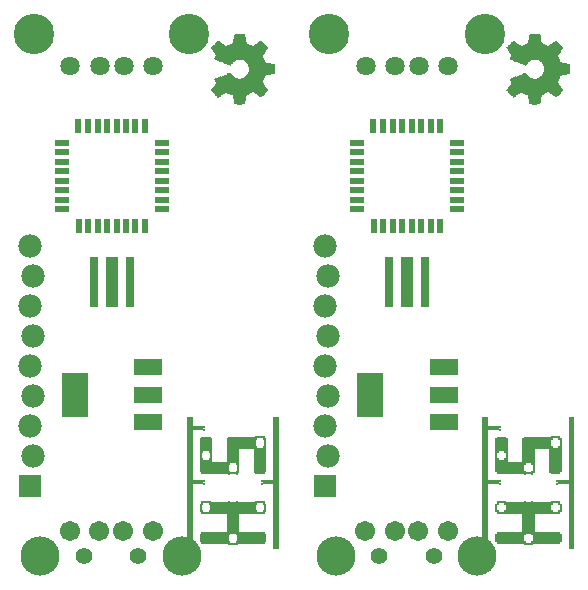
<source format=gts>
G75*
%MOIN*%
%OFA0B0*%
%FSLAX25Y25*%
%IPPOS*%
%LPD*%
%AMOC8*
5,1,8,0,0,1.08239X$1,22.5*
%
%ADD10R,0.09200X0.05200*%
%ADD11R,0.09061X0.14573*%
%ADD12R,0.07800X0.07800*%
%ADD13C,0.07800*%
%ADD14R,0.02369X0.05124*%
%ADD15R,0.05124X0.02369*%
%ADD16C,0.06422*%
%ADD17C,0.13455*%
%ADD18C,0.06737*%
%ADD19C,0.13061*%
%ADD20C,0.05518*%
%ADD21R,0.03156X0.16542*%
%ADD22R,0.04337X0.16542*%
%ADD23R,0.00600X0.44400*%
%ADD24R,0.00600X0.01800*%
%ADD25R,0.00600X0.11400*%
%ADD26R,0.00600X0.03000*%
%ADD27R,0.00600X0.05400*%
%ADD28R,0.00600X0.01200*%
%ADD29R,0.00600X0.04200*%
%ADD30R,0.00600X0.00600*%
%ADD31R,0.00600X0.04800*%
%ADD32R,0.00600X0.12000*%
%ADD33R,0.00600X0.14400*%
%ADD34R,0.00600X0.09600*%
%ADD35R,0.00600X0.09000*%
%ADD36R,0.00600X0.10800*%
%ADD37R,0.00039X0.00197*%
%ADD38R,0.00039X0.00315*%
%ADD39R,0.00039X0.00394*%
%ADD40R,0.00039X0.00512*%
%ADD41R,0.00039X0.00591*%
%ADD42R,0.00039X0.00709*%
%ADD43R,0.00039X0.00787*%
%ADD44R,0.00039X0.00866*%
%ADD45R,0.00039X0.00984*%
%ADD46R,0.00039X0.01063*%
%ADD47R,0.00039X0.01181*%
%ADD48R,0.00039X0.01260*%
%ADD49R,0.00039X0.01378*%
%ADD50R,0.00039X0.01457*%
%ADD51R,0.00039X0.01575*%
%ADD52R,0.00039X0.01654*%
%ADD53R,0.00039X0.01772*%
%ADD54R,0.00039X0.01850*%
%ADD55R,0.00039X0.01929*%
%ADD56R,0.00039X0.02047*%
%ADD57R,0.00039X0.02126*%
%ADD58R,0.00039X0.02244*%
%ADD59R,0.00039X0.02323*%
%ADD60R,0.00039X0.02441*%
%ADD61R,0.00039X0.02520*%
%ADD62R,0.00039X0.02638*%
%ADD63R,0.00039X0.02717*%
%ADD64R,0.00039X0.00079*%
%ADD65R,0.00039X0.02835*%
%ADD66R,0.00039X0.00236*%
%ADD67R,0.00039X0.02913*%
%ADD68R,0.00039X0.02992*%
%ADD69R,0.00039X0.03110*%
%ADD70R,0.00039X0.03189*%
%ADD71R,0.00039X0.03307*%
%ADD72R,0.00039X0.03386*%
%ADD73R,0.00039X0.03504*%
%ADD74R,0.00039X0.00906*%
%ADD75R,0.00039X0.03583*%
%ADD76R,0.00039X0.03701*%
%ADD77R,0.00039X0.01024*%
%ADD78R,0.00039X0.03780*%
%ADD79R,0.00039X0.01142*%
%ADD80R,0.00039X0.03898*%
%ADD81R,0.00039X0.01220*%
%ADD82R,0.00039X0.03976*%
%ADD83R,0.00039X0.01339*%
%ADD84R,0.00039X0.04094*%
%ADD85R,0.00039X0.05669*%
%ADD86R,0.00039X0.05748*%
%ADD87R,0.00039X0.05787*%
%ADD88R,0.00039X0.05866*%
%ADD89R,0.00039X0.05906*%
%ADD90R,0.00039X0.05984*%
%ADD91R,0.00039X0.06024*%
%ADD92R,0.00039X0.06063*%
%ADD93R,0.00039X0.06142*%
%ADD94R,0.00039X0.06181*%
%ADD95R,0.00039X0.06260*%
%ADD96R,0.00039X0.06299*%
%ADD97R,0.00039X0.06339*%
%ADD98R,0.00039X0.06417*%
%ADD99R,0.00039X0.06496*%
%ADD100R,0.00039X0.06457*%
%ADD101R,0.00039X0.06378*%
%ADD102R,0.00039X0.06220*%
%ADD103R,0.00039X0.06102*%
%ADD104R,0.00039X0.05945*%
%ADD105R,0.00039X0.06535*%
%ADD106R,0.00039X0.06575*%
%ADD107R,0.00039X0.06614*%
%ADD108R,0.00039X0.06693*%
%ADD109R,0.00039X0.06732*%
%ADD110R,0.00039X0.06772*%
%ADD111R,0.00039X0.06811*%
%ADD112R,0.00039X0.06850*%
%ADD113R,0.00039X0.06890*%
%ADD114R,0.00039X0.06929*%
%ADD115R,0.00039X0.06969*%
%ADD116R,0.00039X0.07008*%
%ADD117R,0.00039X0.06654*%
%ADD118R,0.00039X0.07126*%
%ADD119R,0.00039X0.07283*%
%ADD120R,0.00039X0.07480*%
%ADD121R,0.00039X0.07677*%
%ADD122R,0.00039X0.07835*%
%ADD123R,0.00039X0.08031*%
%ADD124R,0.00039X0.08228*%
%ADD125R,0.00039X0.08386*%
%ADD126R,0.00039X0.08583*%
%ADD127R,0.00039X0.08780*%
%ADD128R,0.00039X0.08740*%
%ADD129R,0.00039X0.08701*%
%ADD130R,0.00039X0.08661*%
%ADD131R,0.00039X0.08622*%
%ADD132R,0.00039X0.08543*%
%ADD133R,0.00039X0.08504*%
%ADD134R,0.00039X0.08465*%
%ADD135R,0.00039X0.08425*%
%ADD136R,0.00039X0.08819*%
%ADD137R,0.00039X0.08268*%
%ADD138R,0.00039X0.08071*%
%ADD139R,0.00039X0.07913*%
%ADD140R,0.00039X0.07717*%
%ADD141R,0.00039X0.07559*%
%ADD142R,0.00039X0.07323*%
%ADD143R,0.00039X0.07165*%
%ADD144R,0.00039X0.07087*%
%ADD145R,0.00039X0.07402*%
%ADD146R,0.00039X0.16260*%
%ADD147R,0.00039X0.16181*%
%ADD148R,0.00039X0.16102*%
%ADD149R,0.00039X0.16024*%
%ADD150R,0.00039X0.15945*%
%ADD151R,0.00039X0.15866*%
%ADD152R,0.00039X0.15787*%
%ADD153R,0.00039X0.15709*%
%ADD154R,0.00039X0.15630*%
%ADD155R,0.00039X0.15551*%
%ADD156R,0.00039X0.15472*%
%ADD157R,0.00039X0.15394*%
%ADD158R,0.00039X0.15315*%
%ADD159R,0.00039X0.15236*%
%ADD160R,0.00039X0.16339*%
%ADD161R,0.00039X0.16417*%
%ADD162R,0.00039X0.16496*%
%ADD163R,0.00039X0.16575*%
%ADD164R,0.00039X0.16654*%
%ADD165R,0.00039X0.16732*%
%ADD166R,0.00039X0.16811*%
%ADD167R,0.00039X0.16890*%
%ADD168R,0.00039X0.16969*%
%ADD169R,0.00039X0.17047*%
%ADD170R,0.00039X0.17126*%
%ADD171R,0.00039X0.17205*%
%ADD172R,0.00039X0.17283*%
%ADD173R,0.00039X0.17362*%
%ADD174R,0.00039X0.17441*%
%ADD175R,0.00039X0.17520*%
%ADD176R,0.00039X0.17598*%
%ADD177R,0.00039X0.17677*%
%ADD178R,0.00039X0.17756*%
%ADD179R,0.00039X0.17835*%
%ADD180R,0.00039X0.17913*%
%ADD181R,0.00039X0.17992*%
%ADD182R,0.00039X0.18071*%
%ADD183R,0.00039X0.18150*%
%ADD184R,0.00039X0.18228*%
%ADD185R,0.00039X0.18307*%
%ADD186R,0.00039X0.18386*%
%ADD187R,0.00039X0.18465*%
%ADD188R,0.00039X0.18543*%
%ADD189R,0.00039X0.18622*%
%ADD190R,0.00039X0.18701*%
%ADD191R,0.00039X0.04370*%
%ADD192R,0.00039X0.04291*%
%ADD193R,0.00039X0.04173*%
%ADD194R,0.00039X0.07992*%
%ADD195R,0.00039X0.07598*%
%ADD196R,0.00039X0.07441*%
%ADD197R,0.00039X0.07205*%
%ADD198R,0.00039X0.03622*%
%ADD199R,0.00039X0.07047*%
%ADD200R,0.00039X0.03425*%
%ADD201R,0.00039X0.03228*%
%ADD202R,0.00039X0.03031*%
%ADD203R,0.00039X0.05709*%
%ADD204R,0.00039X0.05512*%
%ADD205R,0.00039X0.05315*%
%ADD206R,0.00039X0.05157*%
%ADD207R,0.00039X0.02559*%
%ADD208R,0.00039X0.04921*%
%ADD209R,0.00039X0.04764*%
%ADD210R,0.00039X0.02362*%
%ADD211R,0.00039X0.04606*%
%ADD212R,0.00039X0.04528*%
%ADD213R,0.00039X0.02165*%
%ADD214R,0.00039X0.04449*%
%ADD215R,0.00039X0.04409*%
%ADD216R,0.00039X0.01969*%
%ADD217R,0.00039X0.01299*%
%ADD218R,0.00039X0.01102*%
%ADD219R,0.00039X0.04213*%
%ADD220R,0.00039X0.04134*%
%ADD221R,0.00039X0.04055*%
%ADD222R,0.00039X0.03819*%
%ADD223R,0.00039X0.03740*%
%ADD224R,0.00039X0.03661*%
%ADD225R,0.00039X0.03346*%
%ADD226R,0.00039X0.03268*%
D10*
X0053370Y0116316D03*
X0053370Y0125416D03*
X0053370Y0134516D03*
X0151795Y0134516D03*
X0151795Y0125416D03*
X0151795Y0116316D03*
D11*
X0127394Y0125416D03*
X0028969Y0125416D03*
D12*
X0013780Y0095022D03*
X0112206Y0095022D03*
D13*
X0113206Y0105022D03*
X0112206Y0115022D03*
X0113206Y0125022D03*
X0112206Y0135022D03*
X0113206Y0145022D03*
X0112206Y0155022D03*
X0113206Y0165022D03*
X0112233Y0175022D03*
X0014780Y0165022D03*
X0013808Y0175022D03*
X0013780Y0155022D03*
X0014780Y0145022D03*
X0013780Y0135022D03*
X0014780Y0125022D03*
X0013780Y0115022D03*
X0014780Y0105022D03*
D14*
X0030146Y0181518D03*
X0033296Y0181518D03*
X0036446Y0181518D03*
X0039595Y0181518D03*
X0042745Y0181518D03*
X0045894Y0181518D03*
X0049044Y0181518D03*
X0052194Y0181518D03*
X0052194Y0214983D03*
X0049044Y0214983D03*
X0045894Y0214983D03*
X0042745Y0214983D03*
X0039595Y0214983D03*
X0036446Y0214983D03*
X0033296Y0214983D03*
X0029950Y0214983D03*
X0128375Y0214983D03*
X0131721Y0214983D03*
X0134871Y0214983D03*
X0138020Y0214983D03*
X0141170Y0214983D03*
X0144320Y0214983D03*
X0147469Y0214983D03*
X0150619Y0214983D03*
X0150619Y0181518D03*
X0147469Y0181518D03*
X0144320Y0181518D03*
X0141170Y0181518D03*
X0138020Y0181518D03*
X0134871Y0181518D03*
X0131721Y0181518D03*
X0128572Y0181518D03*
D15*
X0122863Y0187227D03*
X0122863Y0190376D03*
X0122863Y0193526D03*
X0122863Y0196676D03*
X0122863Y0199825D03*
X0122863Y0202975D03*
X0122863Y0206124D03*
X0122863Y0209274D03*
X0156328Y0209274D03*
X0156328Y0206124D03*
X0156328Y0202975D03*
X0156328Y0199825D03*
X0156328Y0196676D03*
X0156328Y0193526D03*
X0156328Y0190376D03*
X0156328Y0187227D03*
X0057902Y0187227D03*
X0057902Y0190376D03*
X0057902Y0193526D03*
X0057902Y0196676D03*
X0057902Y0199825D03*
X0057902Y0202975D03*
X0057902Y0206124D03*
X0057902Y0209274D03*
X0024438Y0209274D03*
X0024438Y0206124D03*
X0024438Y0202975D03*
X0024438Y0199825D03*
X0024438Y0196676D03*
X0024438Y0193526D03*
X0024438Y0190376D03*
X0024438Y0187227D03*
D16*
X0027391Y0234825D03*
X0037233Y0234825D03*
X0045107Y0234825D03*
X0054950Y0234825D03*
X0125816Y0234825D03*
X0135658Y0234825D03*
X0143532Y0234825D03*
X0153375Y0234825D03*
D17*
X0165461Y0245494D03*
X0113729Y0245494D03*
X0067036Y0245494D03*
X0015304Y0245494D03*
D18*
X0027194Y0079865D03*
X0037036Y0079865D03*
X0044910Y0079865D03*
X0054753Y0079865D03*
X0125619Y0079865D03*
X0135461Y0079865D03*
X0143335Y0079865D03*
X0153178Y0079865D03*
D19*
X0017351Y0071479D03*
X0064595Y0071479D03*
X0115776Y0071479D03*
X0163020Y0071479D03*
D20*
X0148454Y0071479D03*
X0130343Y0071479D03*
X0050028Y0071479D03*
X0031918Y0071479D03*
D21*
X0035265Y0162817D03*
X0047076Y0162817D03*
X0133690Y0162817D03*
X0145501Y0162817D03*
D22*
X0139595Y0162817D03*
X0041170Y0162817D03*
D23*
X0066592Y0095810D03*
X0067192Y0095810D03*
X0067792Y0095810D03*
X0095392Y0095810D03*
X0095992Y0095810D03*
X0096592Y0095810D03*
X0165017Y0095810D03*
X0165617Y0095810D03*
X0166217Y0095810D03*
X0193817Y0095810D03*
X0194417Y0095810D03*
X0195017Y0095810D03*
D24*
X0193217Y0096110D03*
X0192617Y0096110D03*
X0192017Y0096110D03*
X0191417Y0096110D03*
X0190817Y0096110D03*
X0190217Y0096110D03*
X0169817Y0096110D03*
X0169217Y0096110D03*
X0168617Y0096110D03*
X0168017Y0096110D03*
X0167417Y0096110D03*
X0166817Y0096110D03*
X0166817Y0114110D03*
X0167417Y0114110D03*
X0168017Y0114110D03*
X0168617Y0114110D03*
X0169217Y0114110D03*
X0169817Y0114110D03*
X0094792Y0096110D03*
X0094192Y0096110D03*
X0093592Y0096110D03*
X0092992Y0096110D03*
X0092392Y0096110D03*
X0091792Y0096110D03*
X0071392Y0096110D03*
X0070792Y0096110D03*
X0070192Y0096110D03*
X0069592Y0096110D03*
X0068992Y0096110D03*
X0068392Y0096110D03*
X0068392Y0114110D03*
X0068992Y0114110D03*
X0069592Y0114110D03*
X0070192Y0114110D03*
X0070792Y0114110D03*
X0071392Y0114110D03*
D25*
X0070792Y0105110D03*
X0080392Y0084110D03*
X0082792Y0084110D03*
X0092392Y0105110D03*
X0169217Y0105110D03*
X0178817Y0084110D03*
X0181217Y0084110D03*
X0190817Y0105110D03*
D26*
X0190817Y0087710D03*
X0190817Y0077510D03*
X0169217Y0077510D03*
X0169217Y0087710D03*
X0092392Y0087710D03*
X0092392Y0077510D03*
X0070792Y0077510D03*
X0070792Y0087710D03*
D27*
X0071392Y0101510D03*
X0073792Y0101510D03*
X0073792Y0108710D03*
X0071392Y0108710D03*
X0169817Y0108710D03*
X0172217Y0108710D03*
X0172217Y0101510D03*
X0169817Y0101510D03*
D28*
X0169817Y0089210D03*
X0172217Y0089210D03*
X0172217Y0086210D03*
X0169817Y0086210D03*
X0178817Y0076010D03*
X0181217Y0076010D03*
X0187817Y0086210D03*
X0190217Y0086210D03*
X0190217Y0089210D03*
X0187817Y0089210D03*
X0181217Y0099410D03*
X0178817Y0099410D03*
X0187817Y0110810D03*
X0190217Y0110810D03*
X0091792Y0110810D03*
X0089392Y0110810D03*
X0082792Y0099410D03*
X0080392Y0099410D03*
X0073792Y0089210D03*
X0071392Y0089210D03*
X0071392Y0086210D03*
X0073792Y0086210D03*
X0080392Y0076010D03*
X0082792Y0076010D03*
X0089392Y0086210D03*
X0091792Y0086210D03*
X0091792Y0089210D03*
X0089392Y0089210D03*
D29*
X0088792Y0087710D03*
X0088192Y0087710D03*
X0087592Y0087710D03*
X0086992Y0087710D03*
X0086392Y0087710D03*
X0085792Y0087710D03*
X0085192Y0087710D03*
X0084592Y0087710D03*
X0083992Y0087710D03*
X0079192Y0087710D03*
X0078592Y0087710D03*
X0077992Y0087710D03*
X0077392Y0087710D03*
X0076792Y0087710D03*
X0076192Y0087710D03*
X0075592Y0087710D03*
X0074992Y0087710D03*
X0074392Y0087710D03*
X0074392Y0077510D03*
X0073792Y0077510D03*
X0073192Y0077510D03*
X0072592Y0077510D03*
X0071992Y0077510D03*
X0071392Y0077510D03*
X0074992Y0077510D03*
X0075592Y0077510D03*
X0076192Y0077510D03*
X0076792Y0077510D03*
X0077392Y0077510D03*
X0077992Y0077510D03*
X0078592Y0077510D03*
X0079192Y0077510D03*
X0083992Y0077510D03*
X0084592Y0077510D03*
X0085192Y0077510D03*
X0085792Y0077510D03*
X0086392Y0077510D03*
X0086992Y0077510D03*
X0087592Y0077510D03*
X0088192Y0077510D03*
X0088792Y0077510D03*
X0089392Y0077510D03*
X0089992Y0077510D03*
X0090592Y0077510D03*
X0091192Y0077510D03*
X0091792Y0077510D03*
X0079192Y0100910D03*
X0078592Y0100910D03*
X0077992Y0100910D03*
X0077392Y0100910D03*
X0076792Y0100910D03*
X0076192Y0100910D03*
X0075592Y0100910D03*
X0074992Y0100910D03*
X0083992Y0109310D03*
X0084592Y0109310D03*
X0085192Y0109310D03*
X0085792Y0109310D03*
X0086392Y0109310D03*
X0086992Y0109310D03*
X0087592Y0109310D03*
X0088192Y0109310D03*
X0169817Y0077510D03*
X0170417Y0077510D03*
X0171017Y0077510D03*
X0171617Y0077510D03*
X0172217Y0077510D03*
X0172817Y0077510D03*
X0173417Y0077510D03*
X0174017Y0077510D03*
X0174617Y0077510D03*
X0175217Y0077510D03*
X0175817Y0077510D03*
X0176417Y0077510D03*
X0177017Y0077510D03*
X0177617Y0077510D03*
X0182417Y0077510D03*
X0183017Y0077510D03*
X0183617Y0077510D03*
X0184217Y0077510D03*
X0184817Y0077510D03*
X0185417Y0077510D03*
X0186017Y0077510D03*
X0186617Y0077510D03*
X0187217Y0077510D03*
X0187817Y0077510D03*
X0188417Y0077510D03*
X0189017Y0077510D03*
X0189617Y0077510D03*
X0190217Y0077510D03*
X0187217Y0087710D03*
X0186617Y0087710D03*
X0186017Y0087710D03*
X0185417Y0087710D03*
X0184817Y0087710D03*
X0184217Y0087710D03*
X0183617Y0087710D03*
X0183017Y0087710D03*
X0182417Y0087710D03*
X0177617Y0087710D03*
X0177017Y0087710D03*
X0176417Y0087710D03*
X0175817Y0087710D03*
X0175217Y0087710D03*
X0174617Y0087710D03*
X0174017Y0087710D03*
X0173417Y0087710D03*
X0172817Y0087710D03*
X0173417Y0100910D03*
X0174017Y0100910D03*
X0174617Y0100910D03*
X0175217Y0100910D03*
X0175817Y0100910D03*
X0176417Y0100910D03*
X0177017Y0100910D03*
X0177617Y0100910D03*
X0182417Y0109310D03*
X0183017Y0109310D03*
X0183617Y0109310D03*
X0184217Y0109310D03*
X0184817Y0109310D03*
X0185417Y0109310D03*
X0186017Y0109310D03*
X0186617Y0109310D03*
D30*
X0188417Y0111110D03*
X0189017Y0111110D03*
X0189617Y0111110D03*
X0180617Y0099110D03*
X0180017Y0099110D03*
X0179417Y0099110D03*
X0170417Y0096710D03*
X0170417Y0095510D03*
X0170417Y0089510D03*
X0171017Y0089510D03*
X0171617Y0089510D03*
X0171617Y0085910D03*
X0171017Y0085910D03*
X0170417Y0085910D03*
X0179417Y0075710D03*
X0180017Y0075710D03*
X0180617Y0075710D03*
X0188417Y0085910D03*
X0189017Y0085910D03*
X0189617Y0085910D03*
X0189617Y0089510D03*
X0189017Y0089510D03*
X0188417Y0089510D03*
X0189617Y0095510D03*
X0189617Y0096710D03*
X0170417Y0113510D03*
X0170417Y0114710D03*
X0091192Y0111110D03*
X0090592Y0111110D03*
X0089992Y0111110D03*
X0082192Y0099110D03*
X0081592Y0099110D03*
X0080992Y0099110D03*
X0073192Y0089510D03*
X0072592Y0089510D03*
X0071992Y0089510D03*
X0071992Y0085910D03*
X0072592Y0085910D03*
X0073192Y0085910D03*
X0071992Y0095510D03*
X0071992Y0096710D03*
X0071992Y0113510D03*
X0071992Y0114710D03*
X0089992Y0089510D03*
X0090592Y0089510D03*
X0091192Y0089510D03*
X0091192Y0085910D03*
X0090592Y0085910D03*
X0089992Y0085910D03*
X0082192Y0075710D03*
X0081592Y0075710D03*
X0080992Y0075710D03*
X0091192Y0095510D03*
X0091192Y0096710D03*
D31*
X0073192Y0101210D03*
X0072592Y0101210D03*
X0071992Y0101210D03*
X0071992Y0109010D03*
X0072592Y0109010D03*
X0073192Y0109010D03*
X0170417Y0109010D03*
X0171017Y0109010D03*
X0171617Y0109010D03*
X0171617Y0101210D03*
X0171017Y0101210D03*
X0170417Y0101210D03*
D32*
X0172817Y0104810D03*
X0178217Y0104810D03*
X0181817Y0105410D03*
X0187217Y0105410D03*
X0088792Y0105410D03*
X0083392Y0105410D03*
X0079792Y0104810D03*
X0074392Y0104810D03*
D33*
X0079792Y0082610D03*
X0083392Y0082610D03*
X0178217Y0082610D03*
X0181817Y0082610D03*
D34*
X0187817Y0103610D03*
X0190217Y0103610D03*
X0181217Y0106610D03*
X0178817Y0106610D03*
X0091792Y0103610D03*
X0089392Y0103610D03*
X0082792Y0106610D03*
X0080392Y0106610D03*
D35*
X0080992Y0106910D03*
X0081592Y0106910D03*
X0082192Y0106910D03*
X0089992Y0103310D03*
X0090592Y0103310D03*
X0091192Y0103310D03*
X0179417Y0106910D03*
X0180017Y0106910D03*
X0180617Y0106910D03*
X0188417Y0103310D03*
X0189017Y0103310D03*
X0189617Y0103310D03*
D36*
X0180617Y0084410D03*
X0180017Y0084410D03*
X0179417Y0084410D03*
X0082192Y0084410D03*
X0081592Y0084410D03*
X0080992Y0084410D03*
D37*
X0074635Y0226754D03*
X0074635Y0240928D03*
X0173060Y0240928D03*
X0173060Y0226754D03*
D38*
X0173099Y0226774D03*
X0174162Y0230357D03*
X0174162Y0237325D03*
X0173099Y0240908D03*
X0191643Y0240908D03*
X0191643Y0226774D03*
X0093217Y0226774D03*
X0093217Y0240908D03*
X0075737Y0237325D03*
X0074674Y0240908D03*
X0075737Y0230357D03*
X0074674Y0226774D03*
D39*
X0074713Y0226774D03*
X0075776Y0230317D03*
X0075776Y0237365D03*
X0074713Y0240908D03*
X0093178Y0240908D03*
X0093178Y0226774D03*
X0173139Y0226774D03*
X0174202Y0230317D03*
X0174202Y0237365D03*
X0173139Y0240908D03*
X0191603Y0240908D03*
X0191603Y0226774D03*
D40*
X0191564Y0226794D03*
X0191564Y0240888D03*
X0174241Y0237384D03*
X0173178Y0240888D03*
X0174241Y0230298D03*
X0173178Y0226794D03*
X0093139Y0226794D03*
X0093139Y0240888D03*
X0075816Y0237384D03*
X0074753Y0240888D03*
X0075816Y0230298D03*
X0074753Y0226794D03*
D41*
X0074792Y0226794D03*
X0075855Y0230258D03*
X0075855Y0237424D03*
X0074792Y0240888D03*
X0093099Y0240888D03*
X0093099Y0226794D03*
X0173217Y0226794D03*
X0174280Y0230258D03*
X0174280Y0237424D03*
X0173217Y0240888D03*
X0191524Y0240888D03*
X0191524Y0226794D03*
D42*
X0191485Y0226813D03*
X0191485Y0240869D03*
X0174320Y0237443D03*
X0173257Y0240869D03*
X0174320Y0230239D03*
X0173257Y0226813D03*
X0093060Y0226813D03*
X0093060Y0240869D03*
X0075894Y0237443D03*
X0074831Y0240869D03*
X0075894Y0230239D03*
X0074831Y0226813D03*
D43*
X0074871Y0226813D03*
X0075934Y0230199D03*
X0075934Y0237483D03*
X0074871Y0240869D03*
X0093020Y0240869D03*
X0093020Y0226813D03*
X0173296Y0226813D03*
X0174359Y0230199D03*
X0174359Y0237483D03*
X0173296Y0240869D03*
X0191446Y0240869D03*
X0191446Y0226813D03*
D44*
X0173335Y0226813D03*
X0173335Y0240869D03*
X0074910Y0240869D03*
X0074910Y0226813D03*
D45*
X0074950Y0226833D03*
X0076013Y0230140D03*
X0076013Y0237542D03*
X0074950Y0240849D03*
X0092942Y0240849D03*
X0092942Y0226833D03*
X0173375Y0226833D03*
X0174438Y0230140D03*
X0174438Y0237542D03*
X0173375Y0240849D03*
X0191367Y0240849D03*
X0191367Y0226833D03*
D46*
X0173414Y0226833D03*
X0173414Y0240849D03*
X0074989Y0240849D03*
X0074989Y0226833D03*
D47*
X0075028Y0226853D03*
X0075028Y0240829D03*
X0092863Y0240829D03*
X0092863Y0226853D03*
X0173454Y0226853D03*
X0173454Y0240829D03*
X0191288Y0240829D03*
X0191288Y0226853D03*
D48*
X0173493Y0226853D03*
X0173493Y0240829D03*
X0075068Y0240829D03*
X0075068Y0226853D03*
D49*
X0075107Y0226872D03*
X0075107Y0240809D03*
X0092784Y0240809D03*
X0092784Y0226872D03*
X0173532Y0226872D03*
X0173532Y0240809D03*
X0191209Y0240809D03*
X0191209Y0226872D03*
D50*
X0191170Y0226872D03*
X0191170Y0240809D03*
X0174635Y0237699D03*
X0173572Y0240809D03*
X0174635Y0229983D03*
X0173572Y0226872D03*
X0092745Y0226872D03*
X0092745Y0240809D03*
X0076209Y0237699D03*
X0075146Y0240809D03*
X0076209Y0229983D03*
X0075146Y0226872D03*
D51*
X0075186Y0226892D03*
X0075186Y0240790D03*
X0092706Y0240790D03*
X0092706Y0226892D03*
X0173611Y0226892D03*
X0173611Y0240790D03*
X0191131Y0240790D03*
X0191131Y0226892D03*
D52*
X0191091Y0226892D03*
X0191091Y0240790D03*
X0173650Y0240790D03*
X0173650Y0226892D03*
X0092666Y0226892D03*
X0092666Y0240790D03*
X0075225Y0240790D03*
X0075225Y0226892D03*
D53*
X0075265Y0226912D03*
X0075265Y0240770D03*
X0092627Y0240770D03*
X0092627Y0226912D03*
X0173690Y0226912D03*
X0173690Y0240770D03*
X0191052Y0240770D03*
X0191052Y0226912D03*
D54*
X0191013Y0226912D03*
X0191013Y0240770D03*
X0173729Y0240770D03*
X0173729Y0226912D03*
X0092587Y0226912D03*
X0092587Y0240770D03*
X0075304Y0240770D03*
X0075304Y0226912D03*
D55*
X0075343Y0226912D03*
X0075343Y0240770D03*
X0173769Y0240770D03*
X0173769Y0226912D03*
D56*
X0173808Y0226931D03*
X0173808Y0240750D03*
X0190934Y0240750D03*
X0190934Y0226931D03*
X0092509Y0226931D03*
X0092509Y0240750D03*
X0075383Y0240750D03*
X0075383Y0226931D03*
D57*
X0075422Y0226931D03*
X0075422Y0240750D03*
X0173847Y0240750D03*
X0173847Y0226931D03*
D58*
X0173887Y0226951D03*
X0173887Y0240731D03*
X0190855Y0240731D03*
X0190855Y0226951D03*
X0092430Y0226951D03*
X0092430Y0240731D03*
X0075461Y0240731D03*
X0075461Y0226951D03*
D59*
X0075501Y0226951D03*
X0075501Y0240731D03*
X0173926Y0240731D03*
X0173926Y0226951D03*
D60*
X0173965Y0226971D03*
X0173965Y0240711D03*
X0190776Y0240711D03*
X0190776Y0226971D03*
X0092351Y0226971D03*
X0092351Y0240711D03*
X0075540Y0240711D03*
X0075540Y0226971D03*
D61*
X0075580Y0226971D03*
X0075580Y0240711D03*
X0174005Y0240711D03*
X0174005Y0226971D03*
D62*
X0174044Y0226991D03*
X0174044Y0240691D03*
X0190698Y0240691D03*
X0190698Y0226991D03*
X0092272Y0226991D03*
X0092272Y0240691D03*
X0075619Y0240691D03*
X0075619Y0226991D03*
D63*
X0075658Y0226991D03*
X0075658Y0240691D03*
X0092233Y0240691D03*
X0092233Y0226991D03*
X0174083Y0226991D03*
X0174083Y0240691D03*
X0190658Y0240691D03*
X0190658Y0226991D03*
D64*
X0174083Y0230396D03*
X0174083Y0237286D03*
X0075658Y0237286D03*
X0075658Y0230396D03*
D65*
X0075698Y0227010D03*
X0075698Y0240672D03*
X0092194Y0240672D03*
X0092194Y0227010D03*
X0174123Y0227010D03*
X0174123Y0240672D03*
X0190619Y0240672D03*
X0190619Y0227010D03*
D66*
X0191682Y0226774D03*
X0191682Y0240908D03*
X0174123Y0237325D03*
X0174123Y0230357D03*
X0093257Y0226774D03*
X0093257Y0240908D03*
X0075698Y0237325D03*
X0075698Y0230357D03*
D67*
X0075737Y0227010D03*
X0075737Y0240672D03*
X0092154Y0240672D03*
X0092154Y0227010D03*
X0174162Y0227010D03*
X0174162Y0240672D03*
X0190580Y0240672D03*
X0190580Y0227010D03*
D68*
X0174202Y0227010D03*
X0174202Y0240672D03*
X0075776Y0240672D03*
X0075776Y0227010D03*
D69*
X0075816Y0227030D03*
X0075816Y0240652D03*
X0092076Y0240652D03*
X0092076Y0227030D03*
X0174241Y0227030D03*
X0174241Y0240652D03*
X0190501Y0240652D03*
X0190501Y0227030D03*
D70*
X0193965Y0233841D03*
X0194005Y0233841D03*
X0174280Y0240652D03*
X0174280Y0227030D03*
X0095580Y0233841D03*
X0095540Y0233841D03*
X0075855Y0240652D03*
X0075855Y0227030D03*
D71*
X0075894Y0227050D03*
X0075894Y0240632D03*
X0091997Y0240632D03*
X0091997Y0227050D03*
X0174320Y0227050D03*
X0174320Y0240632D03*
X0190422Y0240632D03*
X0190422Y0227050D03*
D72*
X0174359Y0227050D03*
X0174359Y0240632D03*
X0075934Y0240632D03*
X0075934Y0227050D03*
D73*
X0075973Y0227069D03*
X0075973Y0240613D03*
X0091918Y0240613D03*
X0094831Y0233841D03*
X0094871Y0233841D03*
X0094910Y0233841D03*
X0094950Y0233841D03*
X0094989Y0233841D03*
X0091918Y0227069D03*
X0174398Y0227069D03*
X0174398Y0240613D03*
X0190343Y0240613D03*
X0193257Y0233841D03*
X0193296Y0233841D03*
X0193335Y0233841D03*
X0193375Y0233841D03*
X0193414Y0233841D03*
X0190343Y0227069D03*
D74*
X0191406Y0226833D03*
X0191406Y0240849D03*
X0174398Y0237502D03*
X0174398Y0230180D03*
X0092981Y0226833D03*
X0092981Y0240849D03*
X0075973Y0237502D03*
X0075973Y0230180D03*
D75*
X0076013Y0227069D03*
X0076013Y0240613D03*
X0094595Y0233841D03*
X0094635Y0233841D03*
X0094674Y0233841D03*
X0094713Y0233841D03*
X0094753Y0233841D03*
X0094792Y0233841D03*
X0174438Y0240613D03*
X0174438Y0227069D03*
X0193020Y0233841D03*
X0193060Y0233841D03*
X0193099Y0233841D03*
X0193139Y0233841D03*
X0193178Y0233841D03*
X0193217Y0233841D03*
D76*
X0190265Y0240593D03*
X0190265Y0227089D03*
X0174477Y0227089D03*
X0174477Y0240593D03*
X0091839Y0240593D03*
X0091839Y0227089D03*
X0076052Y0227089D03*
X0076052Y0240593D03*
D77*
X0076052Y0237561D03*
X0076052Y0230120D03*
X0174477Y0230120D03*
X0174477Y0237561D03*
D78*
X0174517Y0240593D03*
X0174517Y0227089D03*
X0190225Y0227089D03*
X0192587Y0233821D03*
X0190225Y0240593D03*
X0094162Y0233821D03*
X0091800Y0227089D03*
X0091800Y0240593D03*
X0076091Y0240593D03*
X0076091Y0227089D03*
D79*
X0076091Y0230101D03*
X0076091Y0237581D03*
X0174517Y0237581D03*
X0174517Y0230101D03*
D80*
X0174556Y0227109D03*
X0174556Y0240573D03*
X0190186Y0240573D03*
X0192194Y0233841D03*
X0192233Y0233841D03*
X0192272Y0233841D03*
X0192312Y0233841D03*
X0192351Y0233841D03*
X0190186Y0227109D03*
X0093926Y0233841D03*
X0093887Y0233841D03*
X0093847Y0233841D03*
X0093808Y0233841D03*
X0093769Y0233841D03*
X0091761Y0240573D03*
X0091761Y0227109D03*
X0076131Y0227109D03*
X0076131Y0240573D03*
D81*
X0076131Y0237620D03*
X0076131Y0230061D03*
X0174556Y0230061D03*
X0174556Y0237620D03*
D82*
X0174595Y0240573D03*
X0174595Y0227109D03*
X0190146Y0227109D03*
X0191957Y0233841D03*
X0191997Y0233841D03*
X0192036Y0233841D03*
X0192076Y0233841D03*
X0192115Y0233841D03*
X0192154Y0233841D03*
X0190146Y0240573D03*
X0093729Y0233841D03*
X0093690Y0233841D03*
X0093650Y0233841D03*
X0093611Y0233841D03*
X0093572Y0233841D03*
X0093532Y0233841D03*
X0091721Y0240573D03*
X0091721Y0227109D03*
X0076170Y0227109D03*
X0076170Y0240573D03*
D83*
X0076170Y0237640D03*
X0076170Y0230042D03*
X0174595Y0230042D03*
X0174595Y0237640D03*
D84*
X0174635Y0240554D03*
X0174635Y0227128D03*
X0190107Y0227128D03*
X0190107Y0240554D03*
X0091682Y0240554D03*
X0091682Y0227128D03*
X0076209Y0227128D03*
X0076209Y0240554D03*
D85*
X0076249Y0239806D03*
X0076249Y0227876D03*
X0174674Y0227876D03*
X0174674Y0239806D03*
D86*
X0174713Y0239806D03*
X0174713Y0227876D03*
X0076288Y0227876D03*
X0076288Y0239806D03*
D87*
X0076328Y0239825D03*
X0076328Y0227857D03*
X0174753Y0227857D03*
X0174753Y0239825D03*
D88*
X0174792Y0239825D03*
X0177627Y0238683D03*
X0177666Y0238644D03*
X0177706Y0238644D03*
X0177745Y0238605D03*
X0177784Y0238605D03*
X0177784Y0229077D03*
X0177745Y0229077D03*
X0177706Y0229038D03*
X0177666Y0229038D03*
X0177627Y0228998D03*
X0174792Y0227857D03*
X0190540Y0233841D03*
X0092115Y0233841D03*
X0079359Y0238605D03*
X0079320Y0238605D03*
X0079280Y0238644D03*
X0079241Y0238644D03*
X0079202Y0238683D03*
X0076367Y0239825D03*
X0079320Y0229077D03*
X0079359Y0229077D03*
X0079280Y0229038D03*
X0079241Y0229038D03*
X0079202Y0228998D03*
X0076367Y0227857D03*
D89*
X0076406Y0227837D03*
X0079083Y0228939D03*
X0079123Y0228979D03*
X0079162Y0228979D03*
X0079398Y0229097D03*
X0079438Y0229097D03*
X0079477Y0229097D03*
X0079477Y0238585D03*
X0079438Y0238585D03*
X0079398Y0238585D03*
X0079162Y0238703D03*
X0079123Y0238703D03*
X0079083Y0238743D03*
X0076406Y0239845D03*
X0174831Y0239845D03*
X0177509Y0238743D03*
X0177548Y0238703D03*
X0177587Y0238703D03*
X0177824Y0238585D03*
X0177863Y0238585D03*
X0177902Y0238585D03*
X0177902Y0229097D03*
X0177863Y0229097D03*
X0177824Y0229097D03*
X0177587Y0228979D03*
X0177548Y0228979D03*
X0177509Y0228939D03*
X0174831Y0227837D03*
D90*
X0174871Y0227837D03*
X0177233Y0228782D03*
X0177272Y0228821D03*
X0177312Y0228821D03*
X0177351Y0228861D03*
X0177942Y0229097D03*
X0177981Y0229097D03*
X0177981Y0238585D03*
X0177942Y0238585D03*
X0177351Y0238821D03*
X0177312Y0238861D03*
X0177272Y0238861D03*
X0177233Y0238900D03*
X0174871Y0239845D03*
X0079556Y0238585D03*
X0079517Y0238585D03*
X0078926Y0238821D03*
X0078887Y0238861D03*
X0078847Y0238861D03*
X0078808Y0238900D03*
X0076446Y0239845D03*
X0079517Y0229097D03*
X0079556Y0229097D03*
X0078926Y0228861D03*
X0078887Y0228821D03*
X0078847Y0228821D03*
X0078808Y0228782D03*
X0076446Y0227837D03*
D91*
X0076485Y0227817D03*
X0078611Y0228683D03*
X0078690Y0228723D03*
X0078729Y0228762D03*
X0078769Y0228762D03*
X0078769Y0238920D03*
X0078729Y0238920D03*
X0078690Y0238959D03*
X0078611Y0238998D03*
X0076485Y0239865D03*
X0174910Y0239865D03*
X0177036Y0238998D03*
X0177115Y0238959D03*
X0177154Y0238920D03*
X0177194Y0238920D03*
X0177194Y0228762D03*
X0177154Y0228762D03*
X0177115Y0228723D03*
X0177036Y0228683D03*
X0174910Y0227817D03*
D92*
X0174950Y0227798D03*
X0176918Y0228624D03*
X0176957Y0228624D03*
X0176997Y0228664D03*
X0177076Y0228703D03*
X0178020Y0229097D03*
X0178060Y0229097D03*
X0178099Y0229097D03*
X0178099Y0238585D03*
X0178060Y0238585D03*
X0178020Y0238585D03*
X0177076Y0238979D03*
X0176997Y0239018D03*
X0176957Y0239057D03*
X0176918Y0239057D03*
X0174950Y0239884D03*
X0079674Y0238585D03*
X0079635Y0238585D03*
X0079595Y0238585D03*
X0078650Y0238979D03*
X0078572Y0239018D03*
X0078532Y0239057D03*
X0078493Y0239057D03*
X0076524Y0239884D03*
X0079595Y0229097D03*
X0079635Y0229097D03*
X0079674Y0229097D03*
X0078650Y0228703D03*
X0078572Y0228664D03*
X0078532Y0228624D03*
X0078493Y0228624D03*
X0076524Y0227798D03*
D93*
X0076564Y0227798D03*
X0078217Y0228467D03*
X0078296Y0228506D03*
X0078375Y0228546D03*
X0079713Y0229097D03*
X0079753Y0229097D03*
X0079753Y0238585D03*
X0079713Y0238585D03*
X0078375Y0239136D03*
X0078296Y0239176D03*
X0078217Y0239215D03*
X0076564Y0239884D03*
X0174989Y0239884D03*
X0176643Y0239215D03*
X0176721Y0239176D03*
X0176800Y0239136D03*
X0178139Y0238585D03*
X0178178Y0238585D03*
X0178178Y0229097D03*
X0178139Y0229097D03*
X0176800Y0228546D03*
X0176721Y0228506D03*
X0176643Y0228467D03*
X0174989Y0227798D03*
D94*
X0175028Y0227778D03*
X0176485Y0228369D03*
X0176524Y0228408D03*
X0176564Y0228408D03*
X0176603Y0228447D03*
X0176682Y0228487D03*
X0176682Y0239195D03*
X0176603Y0239235D03*
X0176564Y0239274D03*
X0176524Y0239274D03*
X0176485Y0239313D03*
X0175028Y0239904D03*
X0078257Y0239195D03*
X0078178Y0239235D03*
X0078139Y0239274D03*
X0078099Y0239274D03*
X0078060Y0239313D03*
X0076603Y0239904D03*
X0078257Y0228487D03*
X0078178Y0228447D03*
X0078139Y0228408D03*
X0078099Y0228408D03*
X0078060Y0228369D03*
X0076603Y0227778D03*
D95*
X0076643Y0227778D03*
X0077745Y0228211D03*
X0077824Y0228250D03*
X0077902Y0228290D03*
X0079871Y0229117D03*
X0086170Y0228369D03*
X0086209Y0228408D03*
X0086249Y0228447D03*
X0086288Y0228487D03*
X0092036Y0233841D03*
X0086288Y0239195D03*
X0086249Y0239235D03*
X0086209Y0239274D03*
X0086170Y0239313D03*
X0079871Y0238565D03*
X0077902Y0239392D03*
X0077824Y0239431D03*
X0077745Y0239471D03*
X0076643Y0239904D03*
X0175068Y0239904D03*
X0176170Y0239471D03*
X0176249Y0239431D03*
X0176328Y0239392D03*
X0178296Y0238565D03*
X0178296Y0229117D03*
X0176328Y0228290D03*
X0176249Y0228250D03*
X0176170Y0228211D03*
X0175068Y0227778D03*
X0184595Y0228369D03*
X0184635Y0228408D03*
X0184674Y0228447D03*
X0184713Y0228487D03*
X0190461Y0233841D03*
X0184713Y0239195D03*
X0184674Y0239235D03*
X0184635Y0239274D03*
X0184595Y0239313D03*
D96*
X0184556Y0239372D03*
X0180186Y0239372D03*
X0180146Y0239333D03*
X0180107Y0239294D03*
X0180068Y0239254D03*
X0178375Y0238585D03*
X0178335Y0238585D03*
X0176209Y0239451D03*
X0176131Y0239491D03*
X0176091Y0239530D03*
X0175107Y0239924D03*
X0178335Y0229097D03*
X0178375Y0229097D03*
X0180068Y0228428D03*
X0180107Y0228388D03*
X0180146Y0228349D03*
X0180186Y0228309D03*
X0176209Y0228231D03*
X0176131Y0228191D03*
X0176091Y0228152D03*
X0175107Y0227758D03*
X0184556Y0228309D03*
X0086131Y0228309D03*
X0081761Y0228309D03*
X0081721Y0228349D03*
X0081682Y0228388D03*
X0081643Y0228428D03*
X0079950Y0229097D03*
X0079910Y0229097D03*
X0077784Y0228231D03*
X0077706Y0228191D03*
X0077666Y0228152D03*
X0076682Y0227758D03*
X0079910Y0238585D03*
X0079950Y0238585D03*
X0081643Y0239254D03*
X0081682Y0239294D03*
X0081721Y0239333D03*
X0081761Y0239372D03*
X0077784Y0239451D03*
X0077706Y0239491D03*
X0077666Y0239530D03*
X0076682Y0239924D03*
X0086131Y0239372D03*
D97*
X0086328Y0239156D03*
X0081603Y0239235D03*
X0077627Y0239550D03*
X0077587Y0239550D03*
X0077548Y0239589D03*
X0077469Y0239628D03*
X0076721Y0239943D03*
X0077587Y0228132D03*
X0077627Y0228132D03*
X0077548Y0228093D03*
X0077469Y0228054D03*
X0076721Y0227739D03*
X0081603Y0228447D03*
X0086328Y0228526D03*
X0175146Y0227739D03*
X0175894Y0228054D03*
X0175973Y0228093D03*
X0176013Y0228132D03*
X0176052Y0228132D03*
X0180028Y0228447D03*
X0184753Y0228526D03*
X0184753Y0239156D03*
X0180028Y0239235D03*
X0176052Y0239550D03*
X0176013Y0239550D03*
X0175973Y0239589D03*
X0175894Y0239628D03*
X0175146Y0239943D03*
D98*
X0175186Y0239943D03*
X0175225Y0239943D03*
X0175619Y0239786D03*
X0175658Y0239746D03*
X0175698Y0239746D03*
X0175737Y0239707D03*
X0178493Y0238565D03*
X0179871Y0239117D03*
X0179910Y0239156D03*
X0184871Y0239077D03*
X0184910Y0239038D03*
X0184910Y0228644D03*
X0184871Y0228605D03*
X0179910Y0228526D03*
X0179871Y0228565D03*
X0178493Y0229117D03*
X0175737Y0227975D03*
X0175698Y0227935D03*
X0175658Y0227935D03*
X0175619Y0227896D03*
X0175225Y0227739D03*
X0175186Y0227739D03*
X0086485Y0228644D03*
X0086446Y0228605D03*
X0081485Y0228526D03*
X0081446Y0228565D03*
X0080068Y0229117D03*
X0077312Y0227975D03*
X0077272Y0227935D03*
X0077233Y0227935D03*
X0077194Y0227896D03*
X0076800Y0227739D03*
X0076761Y0227739D03*
X0080068Y0238565D03*
X0081446Y0239117D03*
X0081485Y0239156D03*
X0077312Y0239707D03*
X0077272Y0239746D03*
X0077233Y0239746D03*
X0077194Y0239786D03*
X0076800Y0239943D03*
X0076761Y0239943D03*
X0086446Y0239077D03*
X0086485Y0239038D03*
D99*
X0086524Y0238998D03*
X0086564Y0238959D03*
X0086091Y0239471D03*
X0081406Y0239077D03*
X0077036Y0239865D03*
X0076997Y0239904D03*
X0076957Y0239904D03*
X0076879Y0239943D03*
X0076839Y0239943D03*
X0077036Y0227817D03*
X0076997Y0227778D03*
X0076957Y0227778D03*
X0076879Y0227739D03*
X0076839Y0227739D03*
X0081406Y0228605D03*
X0086091Y0228211D03*
X0086524Y0228683D03*
X0086564Y0228723D03*
X0091997Y0233841D03*
X0175265Y0227739D03*
X0175304Y0227739D03*
X0175383Y0227778D03*
X0175422Y0227778D03*
X0175461Y0227817D03*
X0179831Y0228605D03*
X0184517Y0228211D03*
X0184950Y0228683D03*
X0184989Y0228723D03*
X0190422Y0233841D03*
X0184989Y0238959D03*
X0184950Y0238998D03*
X0184517Y0239471D03*
X0179831Y0239077D03*
X0175461Y0239865D03*
X0175422Y0239904D03*
X0175383Y0239904D03*
X0175304Y0239943D03*
X0175265Y0239943D03*
D100*
X0175343Y0239924D03*
X0175501Y0239845D03*
X0175540Y0239806D03*
X0175580Y0239806D03*
X0178532Y0238585D03*
X0178572Y0238585D03*
X0178572Y0229097D03*
X0178532Y0229097D03*
X0175580Y0227876D03*
X0175540Y0227876D03*
X0175501Y0227837D03*
X0175343Y0227758D03*
X0080146Y0229097D03*
X0080107Y0229097D03*
X0077154Y0227876D03*
X0077115Y0227876D03*
X0077076Y0227837D03*
X0076918Y0227758D03*
X0080107Y0238585D03*
X0080146Y0238585D03*
X0077154Y0239806D03*
X0077115Y0239806D03*
X0077076Y0239845D03*
X0076918Y0239924D03*
D101*
X0077351Y0239687D03*
X0077391Y0239687D03*
X0077430Y0239648D03*
X0077509Y0239609D03*
X0079989Y0238585D03*
X0080028Y0238585D03*
X0081524Y0239176D03*
X0081564Y0239215D03*
X0081800Y0239451D03*
X0086367Y0239136D03*
X0086406Y0239097D03*
X0086406Y0228585D03*
X0086367Y0228546D03*
X0081800Y0228231D03*
X0081564Y0228467D03*
X0081524Y0228506D03*
X0080028Y0229097D03*
X0079989Y0229097D03*
X0077509Y0228073D03*
X0077430Y0228034D03*
X0077391Y0227994D03*
X0077351Y0227994D03*
X0175776Y0227994D03*
X0175816Y0227994D03*
X0175855Y0228034D03*
X0175934Y0228073D03*
X0178414Y0229097D03*
X0178454Y0229097D03*
X0179950Y0228506D03*
X0179989Y0228467D03*
X0180225Y0228231D03*
X0184792Y0228546D03*
X0184831Y0228585D03*
X0184831Y0239097D03*
X0184792Y0239136D03*
X0180225Y0239451D03*
X0179989Y0239215D03*
X0179950Y0239176D03*
X0178454Y0238585D03*
X0178414Y0238585D03*
X0175934Y0239609D03*
X0175855Y0239648D03*
X0175816Y0239687D03*
X0175776Y0239687D03*
D102*
X0176288Y0239412D03*
X0176367Y0239372D03*
X0176406Y0239333D03*
X0176446Y0239333D03*
X0178217Y0238585D03*
X0178257Y0238585D03*
X0178257Y0229097D03*
X0178217Y0229097D03*
X0176446Y0228349D03*
X0176406Y0228349D03*
X0176367Y0228309D03*
X0176288Y0228270D03*
X0079831Y0229097D03*
X0079792Y0229097D03*
X0078020Y0228349D03*
X0077981Y0228349D03*
X0077942Y0228309D03*
X0077863Y0228270D03*
X0079792Y0238585D03*
X0079831Y0238585D03*
X0078020Y0239333D03*
X0077981Y0239333D03*
X0077942Y0239372D03*
X0077863Y0239412D03*
D103*
X0078335Y0239156D03*
X0078414Y0239117D03*
X0078454Y0239077D03*
X0078454Y0228605D03*
X0078414Y0228565D03*
X0078335Y0228526D03*
X0092076Y0233841D03*
X0176761Y0239156D03*
X0176839Y0239117D03*
X0176879Y0239077D03*
X0176879Y0228605D03*
X0176839Y0228565D03*
X0176761Y0228526D03*
X0190501Y0233841D03*
D104*
X0177469Y0238762D03*
X0177430Y0238802D03*
X0177391Y0238802D03*
X0177469Y0228920D03*
X0177430Y0228880D03*
X0177391Y0228880D03*
X0079044Y0228920D03*
X0079005Y0228880D03*
X0078965Y0228880D03*
X0079044Y0238762D03*
X0079005Y0238802D03*
X0078965Y0238802D03*
D105*
X0080186Y0238585D03*
X0080225Y0238585D03*
X0081328Y0239018D03*
X0081367Y0239057D03*
X0086603Y0238939D03*
X0086603Y0228743D03*
X0081367Y0228624D03*
X0081328Y0228664D03*
X0080225Y0229097D03*
X0080186Y0229097D03*
X0178611Y0229097D03*
X0178650Y0229097D03*
X0179753Y0228664D03*
X0179792Y0228624D03*
X0185028Y0228743D03*
X0185028Y0238939D03*
X0179792Y0239057D03*
X0179753Y0239018D03*
X0178650Y0238585D03*
X0178611Y0238585D03*
D106*
X0178690Y0238565D03*
X0180265Y0239589D03*
X0178690Y0229117D03*
X0180265Y0228093D03*
X0081839Y0228093D03*
X0080265Y0229117D03*
X0080265Y0238565D03*
X0081839Y0239589D03*
D107*
X0081288Y0238979D03*
X0081249Y0238939D03*
X0080343Y0238585D03*
X0080304Y0238585D03*
X0086643Y0238900D03*
X0086643Y0228782D03*
X0081288Y0228703D03*
X0081249Y0228743D03*
X0080343Y0229097D03*
X0080304Y0229097D03*
X0178729Y0229097D03*
X0178769Y0229097D03*
X0179674Y0228743D03*
X0179713Y0228703D03*
X0185068Y0228782D03*
X0185068Y0238900D03*
X0179713Y0238979D03*
X0179674Y0238939D03*
X0178769Y0238585D03*
X0178729Y0238585D03*
D108*
X0178808Y0238585D03*
X0178847Y0238585D03*
X0185146Y0238821D03*
X0185146Y0228861D03*
X0178847Y0229097D03*
X0178808Y0229097D03*
X0086721Y0228861D03*
X0080422Y0229097D03*
X0080383Y0229097D03*
X0080383Y0238585D03*
X0080422Y0238585D03*
X0086721Y0238821D03*
D109*
X0086761Y0238762D03*
X0081879Y0239707D03*
X0081170Y0238880D03*
X0081131Y0238841D03*
X0080461Y0238565D03*
X0080461Y0229117D03*
X0081131Y0228841D03*
X0081170Y0228802D03*
X0081879Y0227975D03*
X0086761Y0228920D03*
X0178887Y0229117D03*
X0179556Y0228841D03*
X0179595Y0228802D03*
X0180304Y0227975D03*
X0185186Y0228920D03*
X0178887Y0238565D03*
X0179556Y0238841D03*
X0179595Y0238880D03*
X0180304Y0239707D03*
X0185186Y0238762D03*
D110*
X0179517Y0238821D03*
X0178926Y0238585D03*
X0178926Y0229097D03*
X0179517Y0228861D03*
X0081091Y0228861D03*
X0080501Y0229097D03*
X0080501Y0238585D03*
X0081091Y0238821D03*
D111*
X0081052Y0238762D03*
X0080540Y0238565D03*
X0086013Y0239707D03*
X0086800Y0238723D03*
X0086800Y0228959D03*
X0086013Y0227975D03*
X0081052Y0228920D03*
X0080540Y0229117D03*
X0178965Y0229117D03*
X0179477Y0228920D03*
X0184438Y0227975D03*
X0185225Y0228959D03*
X0178965Y0238565D03*
X0179477Y0238762D03*
X0184438Y0239707D03*
X0185225Y0238723D03*
D112*
X0185265Y0238664D03*
X0179044Y0238585D03*
X0179005Y0238585D03*
X0179005Y0229097D03*
X0179044Y0229097D03*
X0185265Y0229018D03*
X0086839Y0229018D03*
X0080619Y0229097D03*
X0080580Y0229097D03*
X0080580Y0238585D03*
X0080619Y0238585D03*
X0086839Y0238664D03*
D113*
X0091918Y0233841D03*
X0081013Y0238723D03*
X0080658Y0238565D03*
X0080658Y0229117D03*
X0081013Y0228959D03*
X0179083Y0229117D03*
X0179438Y0228959D03*
X0179083Y0238565D03*
X0179438Y0238723D03*
X0190343Y0233841D03*
D114*
X0185304Y0238624D03*
X0180343Y0239806D03*
X0179398Y0238703D03*
X0179162Y0238585D03*
X0179123Y0238585D03*
X0179123Y0229097D03*
X0179162Y0229097D03*
X0179398Y0228979D03*
X0180343Y0227876D03*
X0185304Y0229057D03*
X0086879Y0229057D03*
X0081918Y0227876D03*
X0080973Y0228979D03*
X0080737Y0229097D03*
X0080698Y0229097D03*
X0080698Y0238585D03*
X0080737Y0238585D03*
X0080973Y0238703D03*
X0081918Y0239806D03*
X0086879Y0238624D03*
D115*
X0080934Y0238644D03*
X0080855Y0238605D03*
X0080816Y0238605D03*
X0080776Y0238605D03*
X0080776Y0229077D03*
X0080816Y0229077D03*
X0080855Y0229077D03*
X0080934Y0229038D03*
X0179202Y0229077D03*
X0179241Y0229077D03*
X0179280Y0229077D03*
X0179359Y0229038D03*
X0179280Y0238605D03*
X0179241Y0238605D03*
X0179202Y0238605D03*
X0179359Y0238644D03*
D116*
X0179320Y0238624D03*
X0184398Y0239845D03*
X0185343Y0238585D03*
X0185343Y0229097D03*
X0184398Y0227837D03*
X0179320Y0229057D03*
X0086918Y0229097D03*
X0085973Y0227837D03*
X0080894Y0229057D03*
X0080894Y0238624D03*
X0085973Y0239845D03*
X0086918Y0238585D03*
D117*
X0086682Y0238841D03*
X0086052Y0239589D03*
X0081209Y0238920D03*
X0081209Y0228762D03*
X0086052Y0228093D03*
X0086682Y0228841D03*
X0091957Y0233841D03*
X0179635Y0228762D03*
X0184477Y0228093D03*
X0185107Y0228841D03*
X0190383Y0233841D03*
X0185107Y0238841D03*
X0184477Y0239589D03*
X0179635Y0238920D03*
D118*
X0180383Y0239943D03*
X0180383Y0227739D03*
X0081957Y0227739D03*
X0081957Y0239943D03*
D119*
X0081997Y0240061D03*
X0087036Y0238369D03*
X0087036Y0229313D03*
X0081997Y0227620D03*
X0180422Y0227620D03*
X0185461Y0229313D03*
X0185461Y0238369D03*
X0180422Y0240061D03*
D120*
X0180461Y0240199D03*
X0180461Y0227483D03*
X0082036Y0227483D03*
X0082036Y0240199D03*
D121*
X0082076Y0240298D03*
X0082076Y0227384D03*
X0180501Y0227384D03*
X0180501Y0240298D03*
D122*
X0180540Y0240416D03*
X0185580Y0238054D03*
X0190146Y0233841D03*
X0185580Y0229628D03*
X0180540Y0227266D03*
X0091721Y0233841D03*
X0087154Y0238054D03*
X0082115Y0240416D03*
X0087154Y0229628D03*
X0082115Y0227266D03*
D123*
X0082154Y0227128D03*
X0082154Y0240554D03*
X0180580Y0240554D03*
X0180580Y0227128D03*
D124*
X0180619Y0227030D03*
X0190068Y0233841D03*
X0180619Y0240652D03*
X0091643Y0233841D03*
X0082194Y0240652D03*
X0082194Y0227030D03*
D125*
X0082233Y0226912D03*
X0091603Y0233841D03*
X0082233Y0240770D03*
X0180658Y0240770D03*
X0190028Y0233841D03*
X0180658Y0226912D03*
D126*
X0180698Y0226774D03*
X0181406Y0226459D03*
X0181446Y0226459D03*
X0181485Y0226459D03*
X0183257Y0226459D03*
X0183296Y0226459D03*
X0183335Y0226459D03*
X0180698Y0240908D03*
X0181406Y0241223D03*
X0181446Y0241223D03*
X0181485Y0241223D03*
X0183257Y0241223D03*
X0183296Y0241223D03*
X0183335Y0241223D03*
X0084910Y0241223D03*
X0084871Y0241223D03*
X0084831Y0241223D03*
X0083060Y0241223D03*
X0083020Y0241223D03*
X0082981Y0241223D03*
X0082272Y0240908D03*
X0082272Y0226774D03*
X0082981Y0226459D03*
X0083020Y0226459D03*
X0083060Y0226459D03*
X0084831Y0226459D03*
X0084871Y0226459D03*
X0084910Y0226459D03*
D127*
X0085343Y0226557D03*
X0085383Y0226557D03*
X0085580Y0226676D03*
X0082548Y0226557D03*
X0082509Y0226557D03*
X0082469Y0226557D03*
X0082430Y0226597D03*
X0082391Y0226597D03*
X0082351Y0226636D03*
X0082312Y0226676D03*
X0082312Y0241006D03*
X0082351Y0241046D03*
X0082391Y0241085D03*
X0082430Y0241085D03*
X0082469Y0241124D03*
X0082509Y0241124D03*
X0082548Y0241124D03*
X0085343Y0241124D03*
X0085383Y0241124D03*
X0085580Y0241006D03*
X0180737Y0241006D03*
X0180776Y0241046D03*
X0180816Y0241085D03*
X0180855Y0241085D03*
X0180894Y0241124D03*
X0180934Y0241124D03*
X0180973Y0241124D03*
X0183769Y0241124D03*
X0183808Y0241124D03*
X0184005Y0241006D03*
X0184005Y0226676D03*
X0183808Y0226557D03*
X0183769Y0226557D03*
X0180973Y0226557D03*
X0180934Y0226557D03*
X0180894Y0226557D03*
X0180855Y0226597D03*
X0180816Y0226597D03*
X0180776Y0226636D03*
X0180737Y0226676D03*
D128*
X0181013Y0226538D03*
X0181052Y0226538D03*
X0183690Y0226538D03*
X0183729Y0226538D03*
X0183729Y0241144D03*
X0183690Y0241144D03*
X0181052Y0241144D03*
X0181013Y0241144D03*
X0085304Y0241144D03*
X0085265Y0241144D03*
X0082627Y0241144D03*
X0082587Y0241144D03*
X0082587Y0226538D03*
X0082627Y0226538D03*
X0085265Y0226538D03*
X0085304Y0226538D03*
D129*
X0085225Y0226518D03*
X0085186Y0226518D03*
X0082706Y0226518D03*
X0082666Y0226518D03*
X0082666Y0241164D03*
X0082706Y0241164D03*
X0085186Y0241164D03*
X0085225Y0241164D03*
X0181091Y0241164D03*
X0181131Y0241164D03*
X0183611Y0241164D03*
X0183650Y0241164D03*
X0183650Y0226518D03*
X0183611Y0226518D03*
X0181131Y0226518D03*
X0181091Y0226518D03*
D130*
X0181170Y0226498D03*
X0181209Y0226498D03*
X0181249Y0226498D03*
X0183493Y0226498D03*
X0183532Y0226498D03*
X0183572Y0226498D03*
X0184044Y0226774D03*
X0184044Y0240908D03*
X0183572Y0241183D03*
X0183532Y0241183D03*
X0183493Y0241183D03*
X0181249Y0241183D03*
X0181209Y0241183D03*
X0181170Y0241183D03*
X0085619Y0240908D03*
X0085146Y0241183D03*
X0085107Y0241183D03*
X0085068Y0241183D03*
X0082824Y0241183D03*
X0082784Y0241183D03*
X0082745Y0241183D03*
X0082745Y0226498D03*
X0082784Y0226498D03*
X0082824Y0226498D03*
X0085068Y0226498D03*
X0085107Y0226498D03*
X0085146Y0226498D03*
X0085619Y0226774D03*
D131*
X0085028Y0226479D03*
X0084989Y0226479D03*
X0084950Y0226479D03*
X0082942Y0226479D03*
X0082902Y0226479D03*
X0082863Y0226479D03*
X0091564Y0233841D03*
X0085028Y0241203D03*
X0084989Y0241203D03*
X0084950Y0241203D03*
X0082942Y0241203D03*
X0082902Y0241203D03*
X0082863Y0241203D03*
X0181288Y0241203D03*
X0181328Y0241203D03*
X0181367Y0241203D03*
X0183375Y0241203D03*
X0183414Y0241203D03*
X0183454Y0241203D03*
X0189989Y0233841D03*
X0183454Y0226479D03*
X0183414Y0226479D03*
X0183375Y0226479D03*
X0181367Y0226479D03*
X0181328Y0226479D03*
X0181288Y0226479D03*
D132*
X0181524Y0226439D03*
X0181564Y0226439D03*
X0181603Y0226439D03*
X0181643Y0226439D03*
X0183099Y0226439D03*
X0183139Y0226439D03*
X0183178Y0226439D03*
X0183217Y0226439D03*
X0183217Y0241243D03*
X0183178Y0241243D03*
X0183139Y0241243D03*
X0183099Y0241243D03*
X0181643Y0241243D03*
X0181603Y0241243D03*
X0181564Y0241243D03*
X0181524Y0241243D03*
X0084792Y0241243D03*
X0084753Y0241243D03*
X0084713Y0241243D03*
X0084674Y0241243D03*
X0083217Y0241243D03*
X0083178Y0241243D03*
X0083139Y0241243D03*
X0083099Y0241243D03*
X0083099Y0226439D03*
X0083139Y0226439D03*
X0083178Y0226439D03*
X0083217Y0226439D03*
X0084674Y0226439D03*
X0084713Y0226439D03*
X0084753Y0226439D03*
X0084792Y0226439D03*
D133*
X0084635Y0226420D03*
X0084595Y0226420D03*
X0084556Y0226420D03*
X0084517Y0226420D03*
X0084477Y0226420D03*
X0083414Y0226420D03*
X0083375Y0226420D03*
X0083335Y0226420D03*
X0083296Y0226420D03*
X0083257Y0226420D03*
X0083257Y0241262D03*
X0083296Y0241262D03*
X0083335Y0241262D03*
X0083375Y0241262D03*
X0083414Y0241262D03*
X0084477Y0241262D03*
X0084517Y0241262D03*
X0084556Y0241262D03*
X0084595Y0241262D03*
X0084635Y0241262D03*
X0181682Y0241262D03*
X0181721Y0241262D03*
X0181761Y0241262D03*
X0181800Y0241262D03*
X0181839Y0241262D03*
X0182902Y0241262D03*
X0182942Y0241262D03*
X0182981Y0241262D03*
X0183020Y0241262D03*
X0183060Y0241262D03*
X0183060Y0226420D03*
X0183020Y0226420D03*
X0182981Y0226420D03*
X0182942Y0226420D03*
X0182902Y0226420D03*
X0181839Y0226420D03*
X0181800Y0226420D03*
X0181761Y0226420D03*
X0181721Y0226420D03*
X0181682Y0226420D03*
D134*
X0181879Y0226400D03*
X0181918Y0226400D03*
X0181957Y0226400D03*
X0181997Y0226400D03*
X0182036Y0226400D03*
X0182076Y0226400D03*
X0182115Y0226400D03*
X0182154Y0226400D03*
X0182194Y0226400D03*
X0182233Y0226400D03*
X0182509Y0226400D03*
X0182548Y0226400D03*
X0182587Y0226400D03*
X0182627Y0226400D03*
X0182666Y0226400D03*
X0182706Y0226400D03*
X0182745Y0226400D03*
X0182784Y0226400D03*
X0182824Y0226400D03*
X0182863Y0226400D03*
X0184083Y0226872D03*
X0184083Y0240809D03*
X0182863Y0241282D03*
X0182824Y0241282D03*
X0182784Y0241282D03*
X0182745Y0241282D03*
X0182706Y0241282D03*
X0182666Y0241282D03*
X0182627Y0241282D03*
X0182587Y0241282D03*
X0182548Y0241282D03*
X0182509Y0241282D03*
X0182233Y0241282D03*
X0182194Y0241282D03*
X0182154Y0241282D03*
X0182115Y0241282D03*
X0182076Y0241282D03*
X0182036Y0241282D03*
X0181997Y0241282D03*
X0181957Y0241282D03*
X0181918Y0241282D03*
X0181879Y0241282D03*
X0085658Y0240809D03*
X0084438Y0241282D03*
X0084398Y0241282D03*
X0084359Y0241282D03*
X0084320Y0241282D03*
X0084280Y0241282D03*
X0084241Y0241282D03*
X0084202Y0241282D03*
X0084162Y0241282D03*
X0084123Y0241282D03*
X0084083Y0241282D03*
X0083808Y0241282D03*
X0083769Y0241282D03*
X0083729Y0241282D03*
X0083690Y0241282D03*
X0083650Y0241282D03*
X0083611Y0241282D03*
X0083572Y0241282D03*
X0083532Y0241282D03*
X0083493Y0241282D03*
X0083454Y0241282D03*
X0085658Y0226872D03*
X0084438Y0226400D03*
X0084398Y0226400D03*
X0084359Y0226400D03*
X0084320Y0226400D03*
X0084280Y0226400D03*
X0084241Y0226400D03*
X0084202Y0226400D03*
X0084162Y0226400D03*
X0084123Y0226400D03*
X0084083Y0226400D03*
X0083808Y0226400D03*
X0083769Y0226400D03*
X0083729Y0226400D03*
X0083690Y0226400D03*
X0083650Y0226400D03*
X0083611Y0226400D03*
X0083572Y0226400D03*
X0083532Y0226400D03*
X0083493Y0226400D03*
X0083454Y0226400D03*
D135*
X0083847Y0226380D03*
X0083887Y0226380D03*
X0083926Y0226380D03*
X0083965Y0226380D03*
X0084005Y0226380D03*
X0084044Y0226380D03*
X0084044Y0241302D03*
X0084005Y0241302D03*
X0083965Y0241302D03*
X0083926Y0241302D03*
X0083887Y0241302D03*
X0083847Y0241302D03*
X0182272Y0241302D03*
X0182312Y0241302D03*
X0182351Y0241302D03*
X0182391Y0241302D03*
X0182430Y0241302D03*
X0182469Y0241302D03*
X0182469Y0226380D03*
X0182430Y0226380D03*
X0182391Y0226380D03*
X0182351Y0226380D03*
X0182312Y0226380D03*
X0182272Y0226380D03*
D136*
X0183847Y0226577D03*
X0183887Y0226577D03*
X0183926Y0226617D03*
X0183965Y0226617D03*
X0183965Y0241065D03*
X0183926Y0241065D03*
X0183887Y0241105D03*
X0183847Y0241105D03*
X0085540Y0241065D03*
X0085501Y0241065D03*
X0085461Y0241105D03*
X0085422Y0241105D03*
X0085501Y0226617D03*
X0085540Y0226617D03*
X0085461Y0226577D03*
X0085422Y0226577D03*
D137*
X0085698Y0227010D03*
X0085698Y0240672D03*
X0184123Y0240672D03*
X0184123Y0227010D03*
D138*
X0184162Y0227109D03*
X0184162Y0240573D03*
X0085737Y0240573D03*
X0085737Y0227109D03*
D139*
X0085776Y0227227D03*
X0085776Y0240455D03*
X0184202Y0240455D03*
X0184202Y0227227D03*
D140*
X0184241Y0227365D03*
X0184241Y0240317D03*
X0085816Y0240317D03*
X0085816Y0227365D03*
D141*
X0085855Y0227483D03*
X0087115Y0229491D03*
X0087115Y0238191D03*
X0085855Y0240199D03*
X0184280Y0240199D03*
X0185540Y0238191D03*
X0185540Y0229491D03*
X0184280Y0227483D03*
D142*
X0184320Y0227601D03*
X0184320Y0240081D03*
X0085894Y0240081D03*
X0085894Y0227601D03*
D143*
X0085934Y0227719D03*
X0086997Y0229215D03*
X0086997Y0238467D03*
X0085934Y0239963D03*
X0184359Y0239963D03*
X0185422Y0238467D03*
X0185422Y0229215D03*
X0184359Y0227719D03*
D144*
X0185383Y0229176D03*
X0185383Y0238506D03*
X0086957Y0238506D03*
X0086957Y0229176D03*
D145*
X0087076Y0229372D03*
X0087076Y0238309D03*
X0185501Y0238309D03*
X0185501Y0229372D03*
D146*
X0185619Y0233841D03*
X0187627Y0233841D03*
X0089202Y0233841D03*
X0087194Y0233841D03*
D147*
X0087233Y0233841D03*
X0087272Y0233841D03*
X0089162Y0233841D03*
X0185658Y0233841D03*
X0185698Y0233841D03*
X0187587Y0233841D03*
D148*
X0187548Y0233841D03*
X0187509Y0233841D03*
X0185776Y0233841D03*
X0185737Y0233841D03*
X0089123Y0233841D03*
X0089083Y0233841D03*
X0087351Y0233841D03*
X0087312Y0233841D03*
D149*
X0087391Y0233841D03*
X0087430Y0233841D03*
X0087469Y0233841D03*
X0089044Y0233841D03*
X0185816Y0233841D03*
X0185855Y0233841D03*
X0185894Y0233841D03*
X0187469Y0233841D03*
D150*
X0187430Y0233841D03*
X0187391Y0233841D03*
X0185973Y0233841D03*
X0185934Y0233841D03*
X0089005Y0233841D03*
X0088965Y0233841D03*
X0087548Y0233841D03*
X0087509Y0233841D03*
D151*
X0087587Y0233841D03*
X0087627Y0233841D03*
X0088926Y0233841D03*
X0186013Y0233841D03*
X0186052Y0233841D03*
X0187351Y0233841D03*
D152*
X0187312Y0233841D03*
X0187272Y0233841D03*
X0186170Y0233841D03*
X0186131Y0233841D03*
X0186091Y0233841D03*
X0088887Y0233841D03*
X0088847Y0233841D03*
X0087745Y0233841D03*
X0087706Y0233841D03*
X0087666Y0233841D03*
D153*
X0087784Y0233841D03*
X0087824Y0233841D03*
X0088808Y0233841D03*
X0186209Y0233841D03*
X0186249Y0233841D03*
X0187233Y0233841D03*
D154*
X0187194Y0233841D03*
X0187154Y0233841D03*
X0186328Y0233841D03*
X0186288Y0233841D03*
X0088769Y0233841D03*
X0088729Y0233841D03*
X0087902Y0233841D03*
X0087863Y0233841D03*
D155*
X0087942Y0233841D03*
X0087981Y0233841D03*
X0088020Y0233841D03*
X0088690Y0233841D03*
X0186367Y0233841D03*
X0186406Y0233841D03*
X0186446Y0233841D03*
X0187115Y0233841D03*
D156*
X0187076Y0233841D03*
X0187036Y0233841D03*
X0186524Y0233841D03*
X0186485Y0233841D03*
X0088650Y0233841D03*
X0088611Y0233841D03*
X0088099Y0233841D03*
X0088060Y0233841D03*
D157*
X0088139Y0233841D03*
X0088178Y0233841D03*
X0088572Y0233841D03*
X0186564Y0233841D03*
X0186603Y0233841D03*
X0186997Y0233841D03*
D158*
X0186957Y0233841D03*
X0186918Y0233841D03*
X0186721Y0233841D03*
X0186682Y0233841D03*
X0186643Y0233841D03*
X0088532Y0233841D03*
X0088493Y0233841D03*
X0088296Y0233841D03*
X0088257Y0233841D03*
X0088217Y0233841D03*
D159*
X0088335Y0233841D03*
X0088375Y0233841D03*
X0088414Y0233841D03*
X0088454Y0233841D03*
X0186761Y0233841D03*
X0186800Y0233841D03*
X0186839Y0233841D03*
X0186879Y0233841D03*
D160*
X0187666Y0233841D03*
X0187706Y0233841D03*
X0089280Y0233841D03*
X0089241Y0233841D03*
D161*
X0089320Y0233841D03*
X0187745Y0233841D03*
D162*
X0187784Y0233841D03*
X0187824Y0233841D03*
X0089398Y0233841D03*
X0089359Y0233841D03*
D163*
X0089438Y0233841D03*
X0187863Y0233841D03*
D164*
X0187902Y0233841D03*
X0187942Y0233841D03*
X0089517Y0233841D03*
X0089477Y0233841D03*
D165*
X0089556Y0233841D03*
X0187981Y0233841D03*
D166*
X0188020Y0233841D03*
X0188060Y0233841D03*
X0089635Y0233841D03*
X0089595Y0233841D03*
D167*
X0089674Y0233841D03*
X0188099Y0233841D03*
D168*
X0188139Y0233841D03*
X0188178Y0233841D03*
X0089753Y0233841D03*
X0089713Y0233841D03*
D169*
X0089792Y0233841D03*
X0188217Y0233841D03*
D170*
X0188257Y0233841D03*
X0089831Y0233841D03*
D171*
X0089871Y0233841D03*
X0089910Y0233841D03*
X0188296Y0233841D03*
X0188335Y0233841D03*
D172*
X0188375Y0233841D03*
X0089950Y0233841D03*
D173*
X0089989Y0233841D03*
X0090028Y0233841D03*
X0188414Y0233841D03*
X0188454Y0233841D03*
D174*
X0188493Y0233841D03*
X0090068Y0233841D03*
D175*
X0090107Y0233841D03*
X0090146Y0233841D03*
X0188532Y0233841D03*
X0188572Y0233841D03*
D176*
X0188611Y0233841D03*
X0090186Y0233841D03*
D177*
X0090225Y0233841D03*
X0090265Y0233841D03*
X0188650Y0233841D03*
X0188690Y0233841D03*
D178*
X0188729Y0233841D03*
X0090304Y0233841D03*
D179*
X0090343Y0233841D03*
X0090383Y0233841D03*
X0091524Y0233841D03*
X0188769Y0233841D03*
X0188808Y0233841D03*
X0189950Y0233841D03*
D180*
X0189910Y0233841D03*
X0188847Y0233841D03*
X0091485Y0233841D03*
X0090422Y0233841D03*
D181*
X0090461Y0233841D03*
X0090501Y0233841D03*
X0091446Y0233841D03*
X0188887Y0233841D03*
X0188926Y0233841D03*
X0189871Y0233841D03*
D182*
X0189831Y0233841D03*
X0188965Y0233841D03*
X0091406Y0233841D03*
X0090540Y0233841D03*
D183*
X0090580Y0233841D03*
X0091367Y0233841D03*
X0189005Y0233841D03*
X0189792Y0233841D03*
D184*
X0189753Y0233841D03*
X0189083Y0233841D03*
X0189044Y0233841D03*
X0091328Y0233841D03*
X0090658Y0233841D03*
X0090619Y0233841D03*
D185*
X0090698Y0233841D03*
X0091288Y0233841D03*
X0189123Y0233841D03*
X0189713Y0233841D03*
D186*
X0189674Y0233841D03*
X0189202Y0233841D03*
X0189162Y0233841D03*
X0091249Y0233841D03*
X0090776Y0233841D03*
X0090737Y0233841D03*
D187*
X0090816Y0233841D03*
X0091209Y0233841D03*
X0189241Y0233841D03*
X0189635Y0233841D03*
D188*
X0189595Y0233841D03*
X0189320Y0233841D03*
X0189280Y0233841D03*
X0091170Y0233841D03*
X0090894Y0233841D03*
X0090855Y0233841D03*
D189*
X0090934Y0233841D03*
X0090973Y0233841D03*
X0091013Y0233841D03*
X0091091Y0233841D03*
X0091131Y0233841D03*
X0189359Y0233841D03*
X0189398Y0233841D03*
X0189438Y0233841D03*
X0189517Y0233841D03*
X0189556Y0233841D03*
D190*
X0189477Y0233841D03*
X0091052Y0233841D03*
D191*
X0092548Y0233841D03*
X0092587Y0233841D03*
X0092627Y0233841D03*
X0092666Y0233841D03*
X0091564Y0240534D03*
X0091564Y0227148D03*
X0189989Y0227148D03*
X0190973Y0233841D03*
X0191013Y0233841D03*
X0191052Y0233841D03*
X0191091Y0233841D03*
X0189989Y0240534D03*
D192*
X0190028Y0240534D03*
X0191131Y0233841D03*
X0191170Y0233841D03*
X0191209Y0233841D03*
X0191249Y0233841D03*
X0191288Y0233841D03*
X0190028Y0227148D03*
X0092863Y0233841D03*
X0092824Y0233841D03*
X0092784Y0233841D03*
X0092745Y0233841D03*
X0092706Y0233841D03*
X0091603Y0240534D03*
X0091603Y0227148D03*
D193*
X0091643Y0227128D03*
X0091643Y0240554D03*
X0190068Y0240554D03*
X0190068Y0227128D03*
D194*
X0190107Y0233841D03*
X0091682Y0233841D03*
D195*
X0091761Y0233841D03*
X0190186Y0233841D03*
D196*
X0190225Y0233841D03*
X0091800Y0233841D03*
D197*
X0091839Y0233841D03*
X0190265Y0233841D03*
D198*
X0190304Y0240593D03*
X0190304Y0227089D03*
X0091879Y0227089D03*
X0091879Y0240593D03*
D199*
X0091879Y0233841D03*
X0190304Y0233841D03*
D200*
X0193454Y0233841D03*
X0193493Y0233841D03*
X0193532Y0233841D03*
X0193572Y0233841D03*
X0193611Y0233841D03*
X0190383Y0240613D03*
X0190383Y0227069D03*
X0095186Y0233841D03*
X0095146Y0233841D03*
X0095107Y0233841D03*
X0095068Y0233841D03*
X0095028Y0233841D03*
X0091957Y0240613D03*
X0091957Y0227069D03*
D201*
X0092036Y0227050D03*
X0092036Y0240632D03*
X0190461Y0240632D03*
X0190461Y0227050D03*
D202*
X0190540Y0227030D03*
X0190540Y0240652D03*
X0092115Y0240652D03*
X0092115Y0227030D03*
D203*
X0092154Y0233841D03*
X0190580Y0233841D03*
D204*
X0190619Y0233821D03*
X0092194Y0233821D03*
D205*
X0092233Y0233841D03*
X0190658Y0233841D03*
D206*
X0190698Y0233841D03*
X0092272Y0233841D03*
D207*
X0092312Y0240691D03*
X0092312Y0226991D03*
X0190737Y0226991D03*
X0190737Y0240691D03*
D208*
X0190737Y0233841D03*
X0092312Y0233841D03*
D209*
X0092351Y0233841D03*
X0190776Y0233841D03*
D210*
X0190816Y0240711D03*
X0190816Y0226971D03*
X0092391Y0226971D03*
X0092391Y0240711D03*
D211*
X0092391Y0233841D03*
X0190816Y0233841D03*
D212*
X0190855Y0233841D03*
X0092430Y0233841D03*
D213*
X0092469Y0240731D03*
X0092469Y0226951D03*
X0190894Y0226951D03*
X0190894Y0240731D03*
D214*
X0190894Y0233841D03*
X0092469Y0233841D03*
D215*
X0092509Y0233821D03*
X0190934Y0233821D03*
D216*
X0190973Y0240750D03*
X0190973Y0226931D03*
X0092548Y0226931D03*
X0092548Y0240750D03*
D217*
X0092824Y0240809D03*
X0092824Y0226872D03*
X0191249Y0226872D03*
X0191249Y0240809D03*
D218*
X0191328Y0240829D03*
X0191328Y0226853D03*
X0092902Y0226853D03*
X0092902Y0240829D03*
D219*
X0092902Y0233841D03*
X0092942Y0233841D03*
X0092981Y0233841D03*
X0093020Y0233841D03*
X0093060Y0233841D03*
X0093099Y0233841D03*
X0191328Y0233841D03*
X0191367Y0233841D03*
X0191406Y0233841D03*
X0191446Y0233841D03*
X0191485Y0233841D03*
X0191524Y0233841D03*
D220*
X0191564Y0233841D03*
X0191603Y0233841D03*
X0191643Y0233841D03*
X0191682Y0233841D03*
X0191721Y0233841D03*
X0093296Y0233841D03*
X0093257Y0233841D03*
X0093217Y0233841D03*
X0093178Y0233841D03*
X0093139Y0233841D03*
D221*
X0093335Y0233841D03*
X0093375Y0233841D03*
X0093414Y0233841D03*
X0093454Y0233841D03*
X0093493Y0233841D03*
X0191761Y0233841D03*
X0191800Y0233841D03*
X0191839Y0233841D03*
X0191879Y0233841D03*
X0191918Y0233841D03*
D222*
X0192391Y0233841D03*
X0192430Y0233841D03*
X0192469Y0233841D03*
X0192509Y0233841D03*
X0192548Y0233841D03*
X0094123Y0233841D03*
X0094083Y0233841D03*
X0094044Y0233841D03*
X0094005Y0233841D03*
X0093965Y0233841D03*
D223*
X0094202Y0233841D03*
X0094241Y0233841D03*
X0094280Y0233841D03*
X0094320Y0233841D03*
X0094359Y0233841D03*
X0192627Y0233841D03*
X0192666Y0233841D03*
X0192706Y0233841D03*
X0192745Y0233841D03*
X0192784Y0233841D03*
D224*
X0192824Y0233841D03*
X0192863Y0233841D03*
X0192902Y0233841D03*
X0192942Y0233841D03*
X0192981Y0233841D03*
X0094556Y0233841D03*
X0094517Y0233841D03*
X0094477Y0233841D03*
X0094438Y0233841D03*
X0094398Y0233841D03*
D225*
X0095225Y0233841D03*
X0095265Y0233841D03*
X0095304Y0233841D03*
X0095343Y0233841D03*
X0095383Y0233841D03*
X0095422Y0233841D03*
X0193650Y0233841D03*
X0193690Y0233841D03*
X0193729Y0233841D03*
X0193769Y0233841D03*
X0193808Y0233841D03*
X0193847Y0233841D03*
D226*
X0193887Y0233841D03*
X0193926Y0233841D03*
X0095501Y0233841D03*
X0095461Y0233841D03*
M02*

</source>
